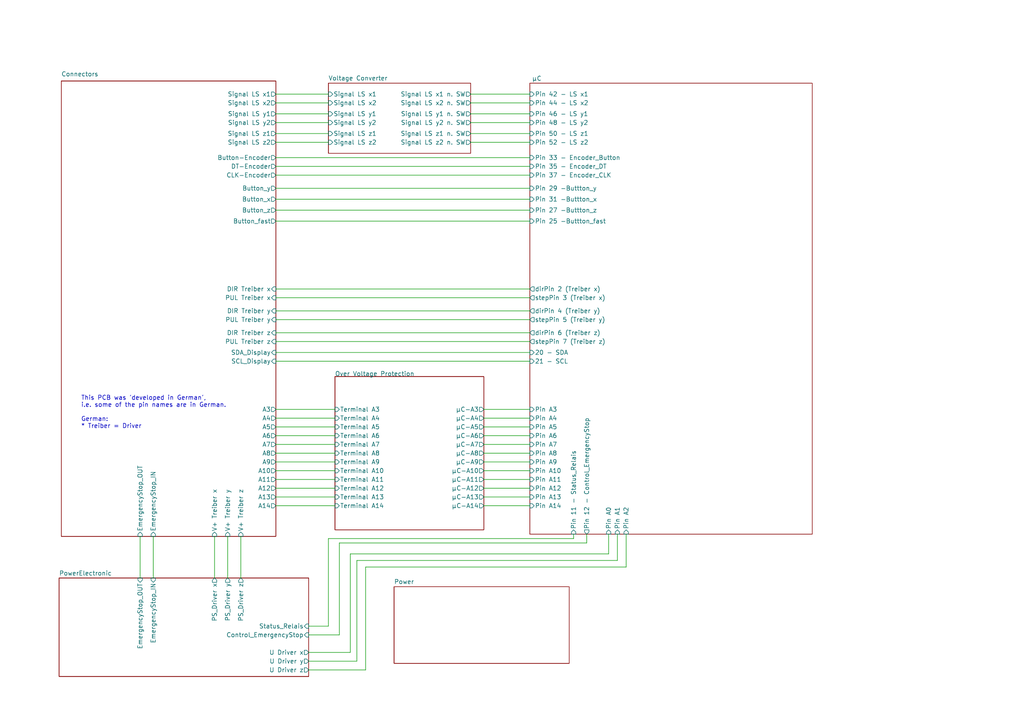
<source format=kicad_sch>
(kicad_sch
	(version 20231120)
	(generator "eeschema")
	(generator_version "8.0")
	(uuid "2618592f-0504-4af1-ba98-b3860a45409d")
	(paper "A4")
	(lib_symbols)
	(wire
		(pts
			(xy 176.53 160.655) (xy 101.6 160.655)
		)
		(stroke
			(width 0)
			(type default)
		)
		(uuid "016c6ee6-036c-45b4-80a7-ad0ef9be43ba")
	)
	(wire
		(pts
			(xy 98.425 157.48) (xy 170.18 157.48)
		)
		(stroke
			(width 0)
			(type default)
		)
		(uuid "07101d11-77fe-4b39-a59a-2d5721b85d9c")
	)
	(wire
		(pts
			(xy 80.01 121.285) (xy 97.155 121.285)
		)
		(stroke
			(width 0)
			(type default)
		)
		(uuid "086a6577-9e43-4997-a0ec-1d200dc72d6e")
	)
	(wire
		(pts
			(xy 80.01 133.985) (xy 97.155 133.985)
		)
		(stroke
			(width 0)
			(type default)
		)
		(uuid "10217fac-6223-49a5-ba8c-abdcd0f473f7")
	)
	(wire
		(pts
			(xy 136.525 29.845) (xy 153.67 29.845)
		)
		(stroke
			(width 0)
			(type default)
		)
		(uuid "11d4b1ae-526e-4692-8ff7-94d1b43230e1")
	)
	(wire
		(pts
			(xy 106.045 194.31) (xy 89.535 194.31)
		)
		(stroke
			(width 0)
			(type default)
		)
		(uuid "152981a9-432a-4575-af29-7da20ced352d")
	)
	(wire
		(pts
			(xy 136.525 33.02) (xy 153.67 33.02)
		)
		(stroke
			(width 0)
			(type default)
		)
		(uuid "153167e3-3194-44c8-ad4b-5fe5e9fabac7")
	)
	(wire
		(pts
			(xy 89.535 181.61) (xy 95.25 181.61)
		)
		(stroke
			(width 0)
			(type default)
		)
		(uuid "1c97a0cc-c5a3-4afe-a9f2-f6531351769a")
	)
	(wire
		(pts
			(xy 80.01 45.72) (xy 153.67 45.72)
		)
		(stroke
			(width 0)
			(type default)
		)
		(uuid "2882a8bc-0b0f-4e99-a659-11316da72a0c")
	)
	(wire
		(pts
			(xy 80.01 83.82) (xy 153.67 83.82)
		)
		(stroke
			(width 0)
			(type default)
		)
		(uuid "28bb26cb-e855-4ccd-a15a-121f2c849388")
	)
	(wire
		(pts
			(xy 80.01 29.845) (xy 95.25 29.845)
		)
		(stroke
			(width 0)
			(type default)
		)
		(uuid "295eb10c-7061-4ed0-aea8-7c6c3c84c74e")
	)
	(wire
		(pts
			(xy 140.335 139.065) (xy 153.67 139.065)
		)
		(stroke
			(width 0)
			(type default)
		)
		(uuid "364f017b-4a2b-442e-ba98-2cf1d123de34")
	)
	(wire
		(pts
			(xy 181.61 154.94) (xy 181.61 164.465)
		)
		(stroke
			(width 0)
			(type default)
		)
		(uuid "39723417-6bcf-4e88-b7e2-761beeb9f481")
	)
	(wire
		(pts
			(xy 80.01 141.605) (xy 97.155 141.605)
		)
		(stroke
			(width 0)
			(type default)
		)
		(uuid "3a54198b-d0ca-4f0b-b89c-b20cc37d1baf")
	)
	(wire
		(pts
			(xy 181.61 164.465) (xy 106.045 164.465)
		)
		(stroke
			(width 0)
			(type default)
		)
		(uuid "3f5de24a-df77-4668-a285-7ffbe7e00876")
	)
	(wire
		(pts
			(xy 103.505 162.56) (xy 103.505 191.77)
		)
		(stroke
			(width 0)
			(type default)
		)
		(uuid "4048ac51-1f95-4fa0-af41-0a482d329af6")
	)
	(wire
		(pts
			(xy 176.53 154.94) (xy 176.53 160.655)
		)
		(stroke
			(width 0)
			(type default)
		)
		(uuid "40d87dd2-803b-4d2a-8e41-8762321152a1")
	)
	(wire
		(pts
			(xy 80.01 64.135) (xy 153.67 64.135)
		)
		(stroke
			(width 0)
			(type default)
		)
		(uuid "4adaab9f-0dbb-4404-bfb8-a41ce8be3798")
	)
	(wire
		(pts
			(xy 44.45 155.575) (xy 44.45 167.64)
		)
		(stroke
			(width 0)
			(type default)
		)
		(uuid "4be96325-ee37-4ab0-be95-f235de0b7f97")
	)
	(wire
		(pts
			(xy 80.01 27.305) (xy 95.25 27.305)
		)
		(stroke
			(width 0)
			(type default)
		)
		(uuid "4d2e7941-81c6-4dd8-9383-ce16b3e2ba48")
	)
	(wire
		(pts
			(xy 89.535 184.15) (xy 98.425 184.15)
		)
		(stroke
			(width 0)
			(type default)
		)
		(uuid "4e107489-0d9f-4cfa-85d1-7b77d1f66bc4")
	)
	(wire
		(pts
			(xy 95.25 181.61) (xy 95.25 156.21)
		)
		(stroke
			(width 0)
			(type default)
		)
		(uuid "50b2d9d0-b860-4ea7-8d1c-08261b50ea3e")
	)
	(wire
		(pts
			(xy 89.535 191.77) (xy 103.505 191.77)
		)
		(stroke
			(width 0)
			(type default)
		)
		(uuid "51a0f977-e25f-4b90-aba4-560409109c41")
	)
	(wire
		(pts
			(xy 80.01 48.26) (xy 153.67 48.26)
		)
		(stroke
			(width 0)
			(type default)
		)
		(uuid "57607379-f347-4ea3-bb07-7b1a0a0a975f")
	)
	(wire
		(pts
			(xy 69.85 155.575) (xy 69.85 167.64)
		)
		(stroke
			(width 0)
			(type default)
		)
		(uuid "5955b9cc-d560-451a-81a9-e0367b7ba17e")
	)
	(wire
		(pts
			(xy 80.01 126.365) (xy 97.155 126.365)
		)
		(stroke
			(width 0)
			(type default)
		)
		(uuid "5b201721-8f76-4462-b007-7dde67af3273")
	)
	(wire
		(pts
			(xy 140.335 118.745) (xy 153.67 118.745)
		)
		(stroke
			(width 0)
			(type default)
		)
		(uuid "5bbd16fd-ba8a-4a2d-b931-7c9f3a533451")
	)
	(wire
		(pts
			(xy 101.6 189.23) (xy 89.535 189.23)
		)
		(stroke
			(width 0)
			(type default)
		)
		(uuid "5c267833-ef6d-403b-84b1-b61c81abc70f")
	)
	(wire
		(pts
			(xy 80.01 96.52) (xy 153.67 96.52)
		)
		(stroke
			(width 0)
			(type default)
		)
		(uuid "5d187ef7-4601-4a18-bfa1-e3a864f7e734")
	)
	(wire
		(pts
			(xy 80.01 35.56) (xy 95.25 35.56)
		)
		(stroke
			(width 0)
			(type default)
		)
		(uuid "5e1829b2-107a-497b-aa5d-533e3e9388c4")
	)
	(wire
		(pts
			(xy 106.045 164.465) (xy 106.045 194.31)
		)
		(stroke
			(width 0)
			(type default)
		)
		(uuid "5fbd28dc-e9f6-432d-a4e3-7c149026f83b")
	)
	(wire
		(pts
			(xy 140.335 126.365) (xy 153.67 126.365)
		)
		(stroke
			(width 0)
			(type default)
		)
		(uuid "65107b24-d167-4e7c-96bb-cc8d576b1e1c")
	)
	(wire
		(pts
			(xy 80.01 99.06) (xy 153.67 99.06)
		)
		(stroke
			(width 0)
			(type default)
		)
		(uuid "6548b701-6e9d-476b-bd28-5a4eadc05f9c")
	)
	(wire
		(pts
			(xy 80.01 86.36) (xy 153.67 86.36)
		)
		(stroke
			(width 0)
			(type default)
		)
		(uuid "66f91009-f2e3-48cc-85af-d9b7f2557894")
	)
	(wire
		(pts
			(xy 140.335 146.685) (xy 153.67 146.685)
		)
		(stroke
			(width 0)
			(type default)
		)
		(uuid "675b1752-21ec-45af-9097-be39082c3e26")
	)
	(wire
		(pts
			(xy 80.01 139.065) (xy 97.155 139.065)
		)
		(stroke
			(width 0)
			(type default)
		)
		(uuid "69797a14-0834-4efd-92fc-2272d58336e8")
	)
	(wire
		(pts
			(xy 80.01 92.71) (xy 153.67 92.71)
		)
		(stroke
			(width 0)
			(type default)
		)
		(uuid "6cc4179f-5e0d-4fa7-bbc5-a37f7daae576")
	)
	(wire
		(pts
			(xy 140.335 144.145) (xy 153.67 144.145)
		)
		(stroke
			(width 0)
			(type default)
		)
		(uuid "6fbe8223-b0a8-49a1-8227-58bbb60d8f07")
	)
	(wire
		(pts
			(xy 140.335 123.825) (xy 153.67 123.825)
		)
		(stroke
			(width 0)
			(type default)
		)
		(uuid "6fe437a0-bc3a-4d00-b9ce-075f50e0e23d")
	)
	(wire
		(pts
			(xy 62.23 155.575) (xy 62.23 167.64)
		)
		(stroke
			(width 0)
			(type default)
		)
		(uuid "74a112d8-da46-47ca-82b8-814b8841b682")
	)
	(wire
		(pts
			(xy 136.525 35.56) (xy 153.67 35.56)
		)
		(stroke
			(width 0)
			(type default)
		)
		(uuid "7521c729-2d2d-440b-87d8-cd0e66e11dd9")
	)
	(wire
		(pts
			(xy 80.01 131.445) (xy 97.155 131.445)
		)
		(stroke
			(width 0)
			(type default)
		)
		(uuid "75fe2c7d-8500-4c3c-aa17-37aff0c80b4d")
	)
	(wire
		(pts
			(xy 80.01 57.785) (xy 153.67 57.785)
		)
		(stroke
			(width 0)
			(type default)
		)
		(uuid "76de6ccd-2449-4816-bfc7-d9af8741bffa")
	)
	(wire
		(pts
			(xy 98.425 157.48) (xy 98.425 184.15)
		)
		(stroke
			(width 0)
			(type default)
		)
		(uuid "7e4180fc-e7f4-49ce-bd52-44a93e7f6606")
	)
	(wire
		(pts
			(xy 170.18 157.48) (xy 170.18 154.94)
		)
		(stroke
			(width 0)
			(type default)
		)
		(uuid "816ede8e-89dd-41df-8272-1bc3f2bfea36")
	)
	(wire
		(pts
			(xy 80.01 144.145) (xy 97.155 144.145)
		)
		(stroke
			(width 0)
			(type default)
		)
		(uuid "8755cb29-32f7-47a1-8cc2-5ba9fd2dfa8f")
	)
	(wire
		(pts
			(xy 80.01 136.525) (xy 97.155 136.525)
		)
		(stroke
			(width 0)
			(type default)
		)
		(uuid "978dd8df-06d7-4d31-b9c6-d929c89177bb")
	)
	(wire
		(pts
			(xy 80.01 123.825) (xy 97.155 123.825)
		)
		(stroke
			(width 0)
			(type default)
		)
		(uuid "9901ad0c-fd95-4d64-835a-a6a2393cea16")
	)
	(wire
		(pts
			(xy 80.01 41.275) (xy 95.25 41.275)
		)
		(stroke
			(width 0)
			(type default)
		)
		(uuid "998641e3-cfa1-4902-91db-891d64656d48")
	)
	(wire
		(pts
			(xy 140.335 141.605) (xy 153.67 141.605)
		)
		(stroke
			(width 0)
			(type default)
		)
		(uuid "9ab65228-cb7b-420b-aa52-87b828c11ef9")
	)
	(wire
		(pts
			(xy 80.01 128.905) (xy 97.155 128.905)
		)
		(stroke
			(width 0)
			(type default)
		)
		(uuid "a43d0368-6945-449d-86d4-a3503eca1b8b")
	)
	(wire
		(pts
			(xy 80.01 146.685) (xy 97.155 146.685)
		)
		(stroke
			(width 0)
			(type default)
		)
		(uuid "ac6fc60c-a765-45f9-83db-ce4d6a547b4e")
	)
	(wire
		(pts
			(xy 166.37 156.21) (xy 166.37 154.94)
		)
		(stroke
			(width 0)
			(type default)
		)
		(uuid "b0476436-2d7f-49cb-b012-75e4c977e0ac")
	)
	(wire
		(pts
			(xy 136.525 41.275) (xy 153.67 41.275)
		)
		(stroke
			(width 0)
			(type default)
		)
		(uuid "bb9c6c30-d56c-44ef-91bf-9eed10e79225")
	)
	(wire
		(pts
			(xy 140.335 136.525) (xy 153.67 136.525)
		)
		(stroke
			(width 0)
			(type default)
		)
		(uuid "bbb010ee-2e8f-4cb1-86c9-0df34856bb27")
	)
	(wire
		(pts
			(xy 80.01 104.775) (xy 153.67 104.775)
		)
		(stroke
			(width 0)
			(type default)
		)
		(uuid "bc52516a-0917-41c6-944f-30774bfd3e0c")
	)
	(wire
		(pts
			(xy 179.07 154.94) (xy 179.07 162.56)
		)
		(stroke
			(width 0)
			(type default)
		)
		(uuid "bc5b2a1b-1ceb-4441-85af-3bb4e3133c0e")
	)
	(wire
		(pts
			(xy 80.01 33.02) (xy 95.25 33.02)
		)
		(stroke
			(width 0)
			(type default)
		)
		(uuid "bc654c03-21ba-4124-8914-283bd6c8588b")
	)
	(wire
		(pts
			(xy 80.01 102.235) (xy 153.67 102.235)
		)
		(stroke
			(width 0)
			(type default)
		)
		(uuid "bda075cc-bdf4-482d-b2e5-62cc039b9fea")
	)
	(wire
		(pts
			(xy 136.525 27.305) (xy 153.67 27.305)
		)
		(stroke
			(width 0)
			(type default)
		)
		(uuid "bdbe723d-a39b-4f42-8163-e31e4e542c05")
	)
	(wire
		(pts
			(xy 101.6 160.655) (xy 101.6 189.23)
		)
		(stroke
			(width 0)
			(type default)
		)
		(uuid "bf219acb-cd69-4117-b413-438f1c9beba0")
	)
	(wire
		(pts
			(xy 140.335 128.905) (xy 153.67 128.905)
		)
		(stroke
			(width 0)
			(type default)
		)
		(uuid "c7c9d428-56e6-48e0-a77d-5bb3e5c1136b")
	)
	(wire
		(pts
			(xy 95.25 156.21) (xy 166.37 156.21)
		)
		(stroke
			(width 0)
			(type default)
		)
		(uuid "cd9ed5b6-ccd9-4a3d-bafb-b1b95c698298")
	)
	(wire
		(pts
			(xy 40.64 155.575) (xy 40.64 167.64)
		)
		(stroke
			(width 0)
			(type default)
		)
		(uuid "d267ae19-4020-49dc-9a22-36ef95f0ff23")
	)
	(wire
		(pts
			(xy 80.01 118.745) (xy 97.155 118.745)
		)
		(stroke
			(width 0)
			(type default)
		)
		(uuid "d70e7c4a-43fd-4702-b33b-6c2ed90b27ae")
	)
	(wire
		(pts
			(xy 80.01 54.61) (xy 153.67 54.61)
		)
		(stroke
			(width 0)
			(type default)
		)
		(uuid "dc3888a6-9c20-47fc-b18d-1c0e8c52ded7")
	)
	(wire
		(pts
			(xy 179.07 162.56) (xy 103.505 162.56)
		)
		(stroke
			(width 0)
			(type default)
		)
		(uuid "de506736-15f0-46d7-906e-d594c3b77255")
	)
	(wire
		(pts
			(xy 140.335 133.985) (xy 153.67 133.985)
		)
		(stroke
			(width 0)
			(type default)
		)
		(uuid "df77f6c2-ca89-416a-8cae-cbde2f0a65bd")
	)
	(wire
		(pts
			(xy 80.01 60.96) (xy 153.67 60.96)
		)
		(stroke
			(width 0)
			(type default)
		)
		(uuid "e1ac3497-5c2b-43c9-aea2-845f2641f050")
	)
	(wire
		(pts
			(xy 140.335 131.445) (xy 153.67 131.445)
		)
		(stroke
			(width 0)
			(type default)
		)
		(uuid "e3cc6406-9051-4e42-bfc4-f5243f131188")
	)
	(wire
		(pts
			(xy 80.01 38.735) (xy 95.25 38.735)
		)
		(stroke
			(width 0)
			(type default)
		)
		(uuid "e45e7680-abf6-47f4-8c34-f96602b7b1cb")
	)
	(wire
		(pts
			(xy 80.01 50.8) (xy 153.67 50.8)
		)
		(stroke
			(width 0)
			(type default)
		)
		(uuid "ec59b5bb-3dae-4f8c-a685-2dddb865d8b0")
	)
	(wire
		(pts
			(xy 136.525 38.735) (xy 153.67 38.735)
		)
		(stroke
			(width 0)
			(type default)
		)
		(uuid "ec6dc326-6b65-4bb6-8470-cc4bdb6ee44b")
	)
	(wire
		(pts
			(xy 80.01 90.17) (xy 153.67 90.17)
		)
		(stroke
			(width 0)
			(type default)
		)
		(uuid "f1f0f515-6313-4eb1-a911-58fa08b813a3")
	)
	(wire
		(pts
			(xy 140.335 121.285) (xy 153.67 121.285)
		)
		(stroke
			(width 0)
			(type default)
		)
		(uuid "f610762f-2ba2-4f24-8299-8065f19365cf")
	)
	(wire
		(pts
			(xy 66.04 155.575) (xy 66.04 167.64)
		)
		(stroke
			(width 0)
			(type default)
		)
		(uuid "f632ac23-1fd8-4101-be55-095e9c748a46")
	)
	(text "This PCB was 'developed in German', \ni.e. some of the pin names are in German.\n\nGerman:\n* Treiber = Driver"
		(exclude_from_sim no)
		(at 23.495 124.46 0)
		(effects
			(font
				(size 1.27 1.27)
			)
			(justify left bottom)
		)
		(uuid "d6f33b42-8a54-4c83-bcd0-b14052f8ca43")
	)
	(sheet
		(at 95.25 24.13)
		(size 41.275 20.32)
		(fields_autoplaced yes)
		(stroke
			(width 0.1524)
			(type solid)
		)
		(fill
			(color 0 0 0 0.0000)
		)
		(uuid "0edd5c0d-3803-4ecf-979b-ab9cd0feb465")
		(property "Sheetname" "Voltage Converter"
			(at 95.25 23.4184 0)
			(effects
				(font
					(size 1.27 1.27)
				)
				(justify left bottom)
			)
		)
		(property "Sheetfile" "levelshifter.kicad_sch"
			(at 95.25 45.0346 0)
			(effects
				(font
					(size 1.27 1.27)
				)
				(justify left top)
				(hide yes)
			)
		)
		(pin "Signal LS x2" input
			(at 95.25 29.845 180)
			(effects
				(font
					(size 1.27 1.27)
				)
				(justify left)
			)
			(uuid "7031b982-43f6-4c49-8c63-3450f0bc9d26")
		)
		(pin "Signal LS x2 n. SW" output
			(at 136.525 29.845 0)
			(effects
				(font
					(size 1.27 1.27)
				)
				(justify right)
			)
			(uuid "d0d8e7e5-278c-4e52-97ba-2a0c339e94f4")
		)
		(pin "Signal LS z1" input
			(at 95.25 38.735 180)
			(effects
				(font
					(size 1.27 1.27)
				)
				(justify left)
			)
			(uuid "22f1746d-ab0c-4566-92a1-fc4a658223b8")
		)
		(pin "Signal LS z1 n. SW" output
			(at 136.525 38.735 0)
			(effects
				(font
					(size 1.27 1.27)
				)
				(justify right)
			)
			(uuid "0bf634d6-8d9b-4f4a-9e70-889fd80214db")
		)
		(pin "Signal LS x1" input
			(at 95.25 27.305 180)
			(effects
				(font
					(size 1.27 1.27)
				)
				(justify left)
			)
			(uuid "877c48da-6a9f-49a1-9a12-d9feb5f49db2")
		)
		(pin "Signal LS x1 n. SW" output
			(at 136.525 27.305 0)
			(effects
				(font
					(size 1.27 1.27)
				)
				(justify right)
			)
			(uuid "97ec3044-674f-4e23-b50e-be03a16221a3")
		)
		(pin "Signal LS z2" input
			(at 95.25 41.275 180)
			(effects
				(font
					(size 1.27 1.27)
				)
				(justify left)
			)
			(uuid "6788a95b-0664-4bd1-a139-828fade9a1dc")
		)
		(pin "Signal LS z2 n. SW" output
			(at 136.525 41.275 0)
			(effects
				(font
					(size 1.27 1.27)
				)
				(justify right)
			)
			(uuid "39cfe78f-b23d-44dd-bfbe-8cdd18fd7e75")
		)
		(pin "Signal LS y1" input
			(at 95.25 33.02 180)
			(effects
				(font
					(size 1.27 1.27)
				)
				(justify left)
			)
			(uuid "99cd1c71-52fc-468b-a417-720869ecfb38")
		)
		(pin "Signal LS y1 n. SW" output
			(at 136.525 33.02 0)
			(effects
				(font
					(size 1.27 1.27)
				)
				(justify right)
			)
			(uuid "1ef40b84-ce07-4f8b-9446-c6e418d43b82")
		)
		(pin "Signal LS y2 n. SW" output
			(at 136.525 35.56 0)
			(effects
				(font
					(size 1.27 1.27)
				)
				(justify right)
			)
			(uuid "aa23c7ce-bd40-4ee3-89a3-3f82857eeb19")
		)
		(pin "Signal LS y2" input
			(at 95.25 35.56 180)
			(effects
				(font
					(size 1.27 1.27)
				)
				(justify left)
			)
			(uuid "4d936982-5da2-46b8-b1aa-6a174a5a0aba")
		)
		(instances
			(project "PCB_Motherboard"
				(path "/2618592f-0504-4af1-ba98-b3860a45409d"
					(page "8")
				)
			)
		)
	)
	(sheet
		(at 17.78 23.495)
		(size 62.23 132.08)
		(stroke
			(width 0.1524)
			(type solid)
		)
		(fill
			(color 0 0 0 0.0000)
		)
		(uuid "377f4106-2d6e-4fab-822d-63898a943afe")
		(property "Sheetname" "Connectors"
			(at 17.78 22.225 0)
			(effects
				(font
					(size 1.27 1.27)
				)
				(justify left bottom)
			)
		)
		(property "Sheetfile" "Connectors.kicad_sch"
			(at 75.5146 60.325 90)
			(effects
				(font
					(size 1.27 1.27)
				)
				(justify left top)
				(hide yes)
			)
		)
		(pin "PUL Treiber x" input
			(at 80.01 86.36 0)
			(effects
				(font
					(size 1.27 1.27)
				)
				(justify right)
			)
			(uuid "7f4c2f8f-7b4f-49e4-b10c-826d5f2660fa")
		)
		(pin "DIR Treiber x" input
			(at 80.01 83.82 0)
			(effects
				(font
					(size 1.27 1.27)
				)
				(justify right)
			)
			(uuid "10e1adf3-fe2e-42dd-a5cd-a68292d35017")
		)
		(pin "PUL Treiber y" input
			(at 80.01 92.71 0)
			(effects
				(font
					(size 1.27 1.27)
				)
				(justify right)
			)
			(uuid "b6f8c608-8367-45b4-aba3-56f5b6b833b3")
		)
		(pin "PUL Treiber z" input
			(at 80.01 99.06 0)
			(effects
				(font
					(size 1.27 1.27)
				)
				(justify right)
			)
			(uuid "112358fe-5b4b-493b-bbbb-7eb979404eeb")
		)
		(pin "DIR Treiber y" input
			(at 80.01 90.17 0)
			(effects
				(font
					(size 1.27 1.27)
				)
				(justify right)
			)
			(uuid "ee124c88-d222-4700-a612-8cde1c50ff96")
		)
		(pin "DIR Treiber z" input
			(at 80.01 96.52 0)
			(effects
				(font
					(size 1.27 1.27)
				)
				(justify right)
			)
			(uuid "6b2562fc-56c2-49de-b3ca-46f6c0f1d304")
		)
		(pin "SDA_Display" input
			(at 80.01 102.235 0)
			(effects
				(font
					(size 1.27 1.27)
				)
				(justify right)
			)
			(uuid "d9edae36-8359-4415-abc6-ca461075dfda")
		)
		(pin "SCL_Display" input
			(at 80.01 104.775 0)
			(effects
				(font
					(size 1.27 1.27)
				)
				(justify right)
			)
			(uuid "3756d4b8-b41e-4b87-98a5-a3845dd09f39")
		)
		(pin "Signal LS x1" output
			(at 80.01 27.305 0)
			(effects
				(font
					(size 1.27 1.27)
				)
				(justify right)
			)
			(uuid "1ee8663b-ab04-46b8-b7d4-f59c2ab1d505")
		)
		(pin "Signal LS z1" output
			(at 80.01 38.735 0)
			(effects
				(font
					(size 1.27 1.27)
				)
				(justify right)
			)
			(uuid "68316ea3-9ae4-47b5-a655-ed40e56fbaec")
		)
		(pin "Signal LS y2" output
			(at 80.01 35.56 0)
			(effects
				(font
					(size 1.27 1.27)
				)
				(justify right)
			)
			(uuid "7955aa2f-4499-4ba1-82ef-e2191c2601cc")
		)
		(pin "Signal LS y1" output
			(at 80.01 33.02 0)
			(effects
				(font
					(size 1.27 1.27)
				)
				(justify right)
			)
			(uuid "470b8f24-8e2f-40a8-9fbc-6880842036e5")
		)
		(pin "Signal LS z2" output
			(at 80.01 41.275 0)
			(effects
				(font
					(size 1.27 1.27)
				)
				(justify right)
			)
			(uuid "5a9809f1-cdad-4330-b35e-3e38d5560df0")
		)
		(pin "Signal LS x2" output
			(at 80.01 29.845 0)
			(effects
				(font
					(size 1.27 1.27)
				)
				(justify right)
			)
			(uuid "64b1b005-bff5-4ca2-ae50-a1144f350292")
		)
		(pin "Button-Encoder" output
			(at 80.01 45.72 0)
			(effects
				(font
					(size 1.27 1.27)
				)
				(justify right)
			)
			(uuid "44ccc350-3c34-4eee-9272-c7a3c542460f")
		)
		(pin "DT-Encoder" output
			(at 80.01 48.26 0)
			(effects
				(font
					(size 1.27 1.27)
				)
				(justify right)
			)
			(uuid "2ec76d8e-8b2e-4ee1-a414-32d921c7443d")
		)
		(pin "CLK-Encoder" output
			(at 80.01 50.8 0)
			(effects
				(font
					(size 1.27 1.27)
				)
				(justify right)
			)
			(uuid "e5cbd31d-705a-4e63-a803-af1dbc7f45df")
		)
		(pin "Button_y" output
			(at 80.01 54.61 0)
			(effects
				(font
					(size 1.27 1.27)
				)
				(justify right)
			)
			(uuid "2f4bd8dc-62e3-4885-8768-35646c031784")
		)
		(pin "Button_x" output
			(at 80.01 57.785 0)
			(effects
				(font
					(size 1.27 1.27)
				)
				(justify right)
			)
			(uuid "ca456859-14f5-42e8-93d2-ef25aaa68984")
		)
		(pin "Button_z" output
			(at 80.01 60.96 0)
			(effects
				(font
					(size 1.27 1.27)
				)
				(justify right)
			)
			(uuid "336c039c-6f52-41d4-88d2-2530db99fe34")
		)
		(pin "Button_fast" output
			(at 80.01 64.135 0)
			(effects
				(font
					(size 1.27 1.27)
				)
				(justify right)
			)
			(uuid "1c0c7166-fb73-4862-a845-5e2c0342dc9f")
		)
		(pin "A14" output
			(at 80.01 146.685 0)
			(effects
				(font
					(size 1.27 1.27)
				)
				(justify right)
			)
			(uuid "5267a3c3-c519-479d-8be1-101a39641812")
		)
		(pin "A10" output
			(at 80.01 136.525 0)
			(effects
				(font
					(size 1.27 1.27)
				)
				(justify right)
			)
			(uuid "7bc82aff-7211-43b7-95e0-7a464ddeabcf")
		)
		(pin "A13" output
			(at 80.01 144.145 0)
			(effects
				(font
					(size 1.27 1.27)
				)
				(justify right)
			)
			(uuid "4903c777-f65b-4f7f-821f-7544eb178472")
		)
		(pin "A11" output
			(at 80.01 139.065 0)
			(effects
				(font
					(size 1.27 1.27)
				)
				(justify right)
			)
			(uuid "57ba71e6-f3b1-4e55-a14c-39404093b9e8")
		)
		(pin "A12" output
			(at 80.01 141.605 0)
			(effects
				(font
					(size 1.27 1.27)
				)
				(justify right)
			)
			(uuid "48c45e14-5414-432c-a9ff-32f9daac7de2")
		)
		(pin "A8" output
			(at 80.01 131.445 0)
			(effects
				(font
					(size 1.27 1.27)
				)
				(justify right)
			)
			(uuid "3ecb7046-d60b-4d11-94f6-011cbf37ed37")
		)
		(pin "A5" output
			(at 80.01 123.825 0)
			(effects
				(font
					(size 1.27 1.27)
				)
				(justify right)
			)
			(uuid "efd4f45f-5d29-44c6-85ee-5d998fe7a022")
		)
		(pin "A9" output
			(at 80.01 133.985 0)
			(effects
				(font
					(size 1.27 1.27)
				)
				(justify right)
			)
			(uuid "1f7fe25b-390d-439f-bb45-237ed55b4c2e")
		)
		(pin "A7" output
			(at 80.01 128.905 0)
			(effects
				(font
					(size 1.27 1.27)
				)
				(justify right)
			)
			(uuid "24d52785-fc6a-451d-aeef-aaec3e345a7a")
		)
		(pin "A4" output
			(at 80.01 121.285 0)
			(effects
				(font
					(size 1.27 1.27)
				)
				(justify right)
			)
			(uuid "623eac84-c9c7-438a-a293-e1dadf75bbf6")
		)
		(pin "A6" output
			(at 80.01 126.365 0)
			(effects
				(font
					(size 1.27 1.27)
				)
				(justify right)
			)
			(uuid "4e47f760-d411-400f-99be-7ff50ad1166c")
		)
		(pin "A3" output
			(at 80.01 118.745 0)
			(effects
				(font
					(size 1.27 1.27)
				)
				(justify right)
			)
			(uuid "4d875d77-eeaf-4cab-96c9-61a47647405a")
		)
		(pin "V+ Treiber y" input
			(at 66.04 155.575 270)
			(effects
				(font
					(size 1.27 1.27)
				)
				(justify left)
			)
			(uuid "1a4a332f-9c57-4df5-af78-3e7d37776aae")
		)
		(pin "V+ Treiber z" input
			(at 69.85 155.575 270)
			(effects
				(font
					(size 1.27 1.27)
				)
				(justify left)
			)
			(uuid "e125caa3-fa8f-4a51-ba13-c267d2eccb19")
		)
		(pin "V+ Treiber x" input
			(at 62.23 155.575 270)
			(effects
				(font
					(size 1.27 1.27)
				)
				(justify left)
			)
			(uuid "55849682-6eb0-4d6b-b7b5-9535d47bbd9d")
		)
		(pin "EmergencyStop_OUT" input
			(at 40.64 155.575 270)
			(effects
				(font
					(size 1.27 1.27)
				)
				(justify left)
			)
			(uuid "616e0b0d-bebe-403f-9bf4-c150f476ab40")
		)
		(pin "EmergencyStop_IN" input
			(at 44.45 155.575 270)
			(effects
				(font
					(size 1.27 1.27)
				)
				(justify left)
			)
			(uuid "ebf22da9-bf03-44e4-91ab-a123e85602dd")
		)
		(instances
			(project "PCB_Motherboard"
				(path "/2618592f-0504-4af1-ba98-b3860a45409d"
					(page "3")
				)
			)
		)
	)
	(sheet
		(at 17.145 167.64)
		(size 72.39 28.575)
		(stroke
			(width 0.1524)
			(type solid)
		)
		(fill
			(color 0 0 0 0.0000)
		)
		(uuid "655a41cc-a537-47de-b1f5-a192d56f7c3e")
		(property "Sheetname" "PowerElectronic"
			(at 17.145 167.005 0)
			(effects
				(font
					(size 1.27 1.27)
				)
				(justify left bottom)
			)
		)
		(property "Sheetfile" "PowerElectronic.kicad_sch"
			(at 17.145 203.7846 0)
			(effects
				(font
					(size 1.27 1.27)
				)
				(justify left top)
				(hide yes)
			)
		)
		(pin "U Driver z" output
			(at 89.535 194.31 0)
			(effects
				(font
					(size 1.27 1.27)
				)
				(justify right)
			)
			(uuid "56f5a074-6a82-4195-91fe-f8571e9b3c18")
		)
		(pin "U Driver x" output
			(at 89.535 189.23 0)
			(effects
				(font
					(size 1.27 1.27)
				)
				(justify right)
			)
			(uuid "6f045935-da48-4963-ab87-6e9120fd4b5b")
		)
		(pin "PS_Driver x" output
			(at 62.23 167.64 90)
			(effects
				(font
					(size 1.27 1.27)
				)
				(justify right)
			)
			(uuid "42692412-e155-494e-813f-737049e0bba0")
		)
		(pin "PS_Driver y" output
			(at 66.04 167.64 90)
			(effects
				(font
					(size 1.27 1.27)
				)
				(justify right)
			)
			(uuid "020a8d54-cfae-4aaa-8fd8-62c006f24d7a")
		)
		(pin "PS_Driver z" output
			(at 69.85 167.64 90)
			(effects
				(font
					(size 1.27 1.27)
				)
				(justify right)
			)
			(uuid "4bc49a31-5ace-4b44-a5d4-21dcbe3bf5d3")
		)
		(pin "Status_Relais" input
			(at 89.535 181.61 0)
			(effects
				(font
					(size 1.27 1.27)
				)
				(justify right)
			)
			(uuid "9c5e3bec-2894-40da-9062-54a6709f506f")
		)
		(pin "EmergencyStop_OUT" input
			(at 40.64 167.64 90)
			(effects
				(font
					(size 1.27 1.27)
				)
				(justify right)
			)
			(uuid "70a78890-a8d5-47c9-9dbe-77617867bd10")
		)
		(pin "EmergencyStop_IN" input
			(at 44.45 167.64 90)
			(effects
				(font
					(size 1.27 1.27)
				)
				(justify right)
			)
			(uuid "6b561487-902b-4626-9ab6-0a44219a5426")
		)
		(pin "Control_EmergencyStop" input
			(at 89.535 184.15 0)
			(effects
				(font
					(size 1.27 1.27)
				)
				(justify right)
			)
			(uuid "5ae0c378-6997-43ad-8b03-4354b5e1fea1")
		)
		(pin "U Driver y" output
			(at 89.535 191.77 0)
			(effects
				(font
					(size 1.27 1.27)
				)
				(justify right)
			)
			(uuid "56d50724-ebe8-4eef-b885-76ab1b67fbc5")
		)
		(instances
			(project "PCB_Motherboard"
				(path "/2618592f-0504-4af1-ba98-b3860a45409d"
					(page "4")
				)
			)
		)
	)
	(sheet
		(at 114.3 170.18)
		(size 50.8 22.225)
		(fields_autoplaced yes)
		(stroke
			(width 0.1524)
			(type solid)
		)
		(fill
			(color 0 0 0 0.0000)
		)
		(uuid "bc3838cc-0cfd-4340-8b6a-daad9c111521")
		(property "Sheetname" "Power"
			(at 114.3 169.4684 0)
			(effects
				(font
					(size 1.27 1.27)
				)
				(justify left bottom)
			)
		)
		(property "Sheetfile" "power.kicad_sch"
			(at 114.3 192.9896 0)
			(effects
				(font
					(size 1.27 1.27)
				)
				(justify left top)
				(hide yes)
			)
		)
		(instances
			(project "PCB_Motherboard"
				(path "/2618592f-0504-4af1-ba98-b3860a45409d"
					(page "2")
				)
			)
		)
	)
	(sheet
		(at 97.155 109.22)
		(size 43.18 44.45)
		(stroke
			(width 0.1524)
			(type solid)
		)
		(fill
			(color 0 0 0 0.0000)
		)
		(uuid "c9dd00bb-cce6-4ea2-a9c8-9609a14a18a3")
		(property "Sheetname" "Over Voltage Protection"
			(at 97.155 109.1434 0)
			(effects
				(font
					(size 1.27 1.27)
				)
				(justify left bottom)
			)
		)
		(property "Sheetfile" "schutzbeschaltung.kicad_sch"
			(at 97.155 154.2546 0)
			(effects
				(font
					(size 1.27 1.27)
				)
				(justify left top)
				(hide yes)
			)
		)
		(pin "µC-A8" output
			(at 140.335 131.445 0)
			(effects
				(font
					(size 1.27 1.27)
				)
				(justify right)
			)
			(uuid "c2c678df-d591-434d-abf5-7ac5dab43788")
		)
		(pin "µC-A12" output
			(at 140.335 141.605 0)
			(effects
				(font
					(size 1.27 1.27)
				)
				(justify right)
			)
			(uuid "48b7dd77-d591-446a-85f9-90bd3dfaefe3")
		)
		(pin "Terminal A12" input
			(at 97.155 141.605 180)
			(effects
				(font
					(size 1.27 1.27)
				)
				(justify left)
			)
			(uuid "5b49f39c-d4a7-40a8-bfff-c5545cc8f0bc")
		)
		(pin "Terminal A8" input
			(at 97.155 131.445 180)
			(effects
				(font
					(size 1.27 1.27)
				)
				(justify left)
			)
			(uuid "07ad465c-f8cd-454c-95d6-081876f1ae52")
		)
		(pin "µC-A9" output
			(at 140.335 133.985 0)
			(effects
				(font
					(size 1.27 1.27)
				)
				(justify right)
			)
			(uuid "c8fb3ed5-cee7-41ef-89eb-111cb52b8384")
		)
		(pin "Terminal A13" input
			(at 97.155 144.145 180)
			(effects
				(font
					(size 1.27 1.27)
				)
				(justify left)
			)
			(uuid "0481ba62-dffc-4c84-b07a-6fdec0f7b7d5")
		)
		(pin "µC-A13" output
			(at 140.335 144.145 0)
			(effects
				(font
					(size 1.27 1.27)
				)
				(justify right)
			)
			(uuid "539d1106-8f4a-4eb1-9ada-42614c35f4ee")
		)
		(pin "Terminal A9" input
			(at 97.155 133.985 180)
			(effects
				(font
					(size 1.27 1.27)
				)
				(justify left)
			)
			(uuid "ca02b3e9-b4ba-434e-9e20-bad24c4df743")
		)
		(pin "µC-A5" output
			(at 140.335 123.825 0)
			(effects
				(font
					(size 1.27 1.27)
				)
				(justify right)
			)
			(uuid "cf4b1f78-b77d-4593-bc0c-214f695b15f5")
		)
		(pin "Terminal A5" input
			(at 97.155 123.825 180)
			(effects
				(font
					(size 1.27 1.27)
				)
				(justify left)
			)
			(uuid "188cac25-a152-4859-a664-fa7fa3752cdd")
		)
		(pin "µC-A4" output
			(at 140.335 121.285 0)
			(effects
				(font
					(size 1.27 1.27)
				)
				(justify right)
			)
			(uuid "26f65196-0fa2-4584-91ff-aad5bcf07f84")
		)
		(pin "Terminal A4" input
			(at 97.155 121.285 180)
			(effects
				(font
					(size 1.27 1.27)
				)
				(justify left)
			)
			(uuid "f2899f16-8f29-4ced-8705-c890ad4ffaf9")
		)
		(pin "Terminal A11" input
			(at 97.155 139.065 180)
			(effects
				(font
					(size 1.27 1.27)
				)
				(justify left)
			)
			(uuid "d8bf4f09-943b-41e1-bd08-0bef83ffa84d")
		)
		(pin "µC-A11" output
			(at 140.335 139.065 0)
			(effects
				(font
					(size 1.27 1.27)
				)
				(justify right)
			)
			(uuid "5f04bd3f-7dbf-4322-91b0-0f8807b87085")
		)
		(pin "µC-A7" output
			(at 140.335 128.905 0)
			(effects
				(font
					(size 1.27 1.27)
				)
				(justify right)
			)
			(uuid "a2da2685-7797-44d0-b55d-cb808e0413dd")
		)
		(pin "µC-A3" output
			(at 140.335 118.745 0)
			(effects
				(font
					(size 1.27 1.27)
				)
				(justify right)
			)
			(uuid "7dc10e4e-f2db-48fe-ac2f-3b5963348f98")
		)
		(pin "µC-A6" output
			(at 140.335 126.365 0)
			(effects
				(font
					(size 1.27 1.27)
				)
				(justify right)
			)
			(uuid "4e99a783-f2b2-4400-8de7-ce7383e51c5c")
		)
		(pin "µC-A14" output
			(at 140.335 146.685 0)
			(effects
				(font
					(size 1.27 1.27)
				)
				(justify right)
			)
			(uuid "e2879872-4457-4148-ab52-aba16bfa0b6f")
		)
		(pin "Terminal A10" input
			(at 97.155 136.525 180)
			(effects
				(font
					(size 1.27 1.27)
				)
				(justify left)
			)
			(uuid "f5a8533c-0786-4ca0-be4c-6d28b732c23a")
		)
		(pin "Terminal A14" input
			(at 97.155 146.685 180)
			(effects
				(font
					(size 1.27 1.27)
				)
				(justify left)
			)
			(uuid "931afe87-0dd9-44b9-b2e4-ef4fa2ec2fed")
		)
		(pin "µC-A10" output
			(at 140.335 136.525 0)
			(effects
				(font
					(size 1.27 1.27)
				)
				(justify right)
			)
			(uuid "600ea4b5-47fb-4fba-b422-9e2185debe81")
		)
		(pin "Terminal A7" input
			(at 97.155 128.905 180)
			(effects
				(font
					(size 1.27 1.27)
				)
				(justify left)
			)
			(uuid "0b96c3b8-d580-44a6-a595-251fe076471a")
		)
		(pin "Terminal A6" input
			(at 97.155 126.365 180)
			(effects
				(font
					(size 1.27 1.27)
				)
				(justify left)
			)
			(uuid "8267923d-8208-49d2-8111-d82ea5567fcc")
		)
		(pin "Terminal A3" input
			(at 97.155 118.745 180)
			(effects
				(font
					(size 1.27 1.27)
				)
				(justify left)
			)
			(uuid "6a029dbb-6302-4bdd-9922-48eb59fe3452")
		)
		(instances
			(project "PCB_Motherboard"
				(path "/2618592f-0504-4af1-ba98-b3860a45409d"
					(page "8")
				)
			)
		)
	)
	(sheet
		(at 153.67 24.13)
		(size 81.915 130.81)
		(stroke
			(width 0.1524)
			(type solid)
		)
		(fill
			(color 0 0 0 0.0000)
		)
		(uuid "dbd88627-c342-43a4-9108-ed53194839ba")
		(property "Sheetname" "µC"
			(at 154.305 23.495 0)
			(effects
				(font
					(size 1.27 1.27)
				)
				(justify left bottom)
			)
		)
		(property "Sheetfile" "uC.kicad_sch"
			(at 158.75 21.59 0)
			(effects
				(font
					(size 1.27 1.27)
				)
				(justify left top)
				(hide yes)
			)
		)
		(pin "20 - SDA" input
			(at 153.67 102.235 180)
			(effects
				(font
					(size 1.27 1.27)
				)
				(justify left)
			)
			(uuid "3c64467a-4795-4371-a322-5a86a419399d")
		)
		(pin "21 - SCL" input
			(at 153.67 104.775 180)
			(effects
				(font
					(size 1.27 1.27)
				)
				(justify left)
			)
			(uuid "ac797c99-6495-460c-95b4-1396b3c4872f")
		)
		(pin "dirPin 2 (Treiber x) " output
			(at 153.67 83.82 180)
			(effects
				(font
					(size 1.27 1.27)
				)
				(justify left)
			)
			(uuid "94baf833-2db4-4ecd-a351-034a6e5acf7e")
		)
		(pin "dirPin 4 (Treiber y) " output
			(at 153.67 90.17 180)
			(effects
				(font
					(size 1.27 1.27)
				)
				(justify left)
			)
			(uuid "9ca40510-bce0-4fe2-9bf1-691d26bb30f7")
		)
		(pin "stepPin 3 (Treiber x)" output
			(at 153.67 86.36 180)
			(effects
				(font
					(size 1.27 1.27)
				)
				(justify left)
			)
			(uuid "a8e1e856-9bc0-4bf3-a0b6-87c3b79569b1")
		)
		(pin "dirPin 6 (Treiber z) " output
			(at 153.67 96.52 180)
			(effects
				(font
					(size 1.27 1.27)
				)
				(justify left)
			)
			(uuid "40f5c7c6-e527-4c31-bb24-4901e46b87e1")
		)
		(pin "stepPin 5 (Treiber y) " output
			(at 153.67 92.71 180)
			(effects
				(font
					(size 1.27 1.27)
				)
				(justify left)
			)
			(uuid "2af62890-b0c6-47db-b992-fddf03b84a36")
		)
		(pin "stepPin 7 (Treiber z) " output
			(at 153.67 99.06 180)
			(effects
				(font
					(size 1.27 1.27)
				)
				(justify left)
			)
			(uuid "1497f904-764c-4f16-a517-7df5aa033837")
		)
		(pin "Pin A11" input
			(at 153.67 139.065 180)
			(effects
				(font
					(size 1.27 1.27)
				)
				(justify left)
			)
			(uuid "20bbd292-86cf-45d7-ab8f-4f4234558b76")
		)
		(pin "Pin A8" input
			(at 153.67 131.445 180)
			(effects
				(font
					(size 1.27 1.27)
				)
				(justify left)
			)
			(uuid "ac518ca4-0461-4b74-8c12-90fe6de539be")
		)
		(pin "Pin A12" input
			(at 153.67 141.605 180)
			(effects
				(font
					(size 1.27 1.27)
				)
				(justify left)
			)
			(uuid "8b00367c-8360-437c-b8db-8d449996e688")
		)
		(pin "Pin A14" input
			(at 153.67 146.685 180)
			(effects
				(font
					(size 1.27 1.27)
				)
				(justify left)
			)
			(uuid "b7651264-a1e4-4707-980a-2f8d247154c0")
		)
		(pin "Pin A10" input
			(at 153.67 136.525 180)
			(effects
				(font
					(size 1.27 1.27)
				)
				(justify left)
			)
			(uuid "10d62bd7-70ee-46ca-ae11-aac4c44bcb8f")
		)
		(pin "Pin A9" input
			(at 153.67 133.985 180)
			(effects
				(font
					(size 1.27 1.27)
				)
				(justify left)
			)
			(uuid "100dfc2f-b83a-4299-8bd1-26f1ff4d5742")
		)
		(pin "Pin A13" input
			(at 153.67 144.145 180)
			(effects
				(font
					(size 1.27 1.27)
				)
				(justify left)
			)
			(uuid "2a99404d-67ba-4647-9df8-3811a9988ac1")
		)
		(pin "Pin A3" input
			(at 153.67 118.745 180)
			(effects
				(font
					(size 1.27 1.27)
				)
				(justify left)
			)
			(uuid "838f95d8-c198-40ab-a33f-05af504d7aba")
		)
		(pin "Pin A4" input
			(at 153.67 121.285 180)
			(effects
				(font
					(size 1.27 1.27)
				)
				(justify left)
			)
			(uuid "84ff3ba6-0ac3-4461-b23d-2ba746b0caba")
		)
		(pin "Pin A5" input
			(at 153.67 123.825 180)
			(effects
				(font
					(size 1.27 1.27)
				)
				(justify left)
			)
			(uuid "26262199-2248-4516-b690-a7ac7adf7a67")
		)
		(pin "Pin A6" input
			(at 153.67 126.365 180)
			(effects
				(font
					(size 1.27 1.27)
				)
				(justify left)
			)
			(uuid "6f686496-38f2-438e-8616-61d864cbbe59")
		)
		(pin "Pin A0" input
			(at 176.53 154.94 270)
			(effects
				(font
					(size 1.27 1.27)
				)
				(justify left)
			)
			(uuid "188b6d44-5123-4e6e-8d78-c313deb5a727")
		)
		(pin "Pin A1" input
			(at 179.07 154.94 270)
			(effects
				(font
					(size 1.27 1.27)
				)
				(justify left)
			)
			(uuid "a5387b80-76d5-4df0-a0e2-e340799e81b1")
		)
		(pin "Pin A2" input
			(at 181.61 154.94 270)
			(effects
				(font
					(size 1.27 1.27)
				)
				(justify left)
			)
			(uuid "4f656bbe-8888-434f-befa-ca21f5ad75c6")
		)
		(pin "Pin A7" input
			(at 153.67 128.905 180)
			(effects
				(font
					(size 1.27 1.27)
				)
				(justify left)
			)
			(uuid "9c6f7146-2470-47d8-814a-181b5de353b9")
		)
		(pin "Pin 37 - Encoder_CLK" input
			(at 153.67 50.8 180)
			(effects
				(font
					(size 1.27 1.27)
				)
				(justify left)
			)
			(uuid "7f1d76b6-4c36-4338-b30a-59d89f08c95c")
		)
		(pin "Pin 29 -Buttton_y" input
			(at 153.67 54.61 180)
			(effects
				(font
					(size 1.27 1.27)
				)
				(justify left)
			)
			(uuid "a1b4c011-6c85-4d5a-af65-78a064def076")
		)
		(pin "Pin 27 -Buttton_z" input
			(at 153.67 60.96 180)
			(effects
				(font
					(size 1.27 1.27)
				)
				(justify left)
			)
			(uuid "7b97dff0-85c4-4c78-8cab-7e9a40fb0825")
		)
		(pin "Pin 31 -Buttton_x" input
			(at 153.67 57.785 180)
			(effects
				(font
					(size 1.27 1.27)
				)
				(justify left)
			)
			(uuid "c2bd2f51-3d33-4235-a2e7-fe978ceddf30")
		)
		(pin "Pin 25 -Buttton_fast" input
			(at 153.67 64.135 180)
			(effects
				(font
					(size 1.27 1.27)
				)
				(justify left)
			)
			(uuid "6f0f6af5-ba46-4f1b-b6c2-a4896f6431c2")
		)
		(pin "Pin 35 - Encoder_DT" input
			(at 153.67 48.26 180)
			(effects
				(font
					(size 1.27 1.27)
				)
				(justify left)
			)
			(uuid "5ecfa9d0-0758-4d6d-a762-b3b3c222d3fe")
		)
		(pin "Pin 33 - Encoder_Button" input
			(at 153.67 45.72 180)
			(effects
				(font
					(size 1.27 1.27)
				)
				(justify left)
			)
			(uuid "6bca6dcd-118e-4f72-9c0f-80b2cff98878")
		)
		(pin "Pin 44 - LS x2" input
			(at 153.67 29.845 180)
			(effects
				(font
					(size 1.27 1.27)
				)
				(justify left)
			)
			(uuid "15898824-7f48-400b-be6a-814c50df36b8")
		)
		(pin "Pin 42 - LS x1" input
			(at 153.67 27.305 180)
			(effects
				(font
					(size 1.27 1.27)
				)
				(justify left)
			)
			(uuid "6f2716b5-c6b4-4902-b453-e1391d85e754")
		)
		(pin "Pin 52 - LS z2" input
			(at 153.67 41.275 180)
			(effects
				(font
					(size 1.27 1.27)
				)
				(justify left)
			)
			(uuid "02b01717-7df3-42d6-b0fd-fb0a32832d2c")
		)
		(pin "Pin 50 - LS z1" input
			(at 153.67 38.735 180)
			(effects
				(font
					(size 1.27 1.27)
				)
				(justify left)
			)
			(uuid "853c494c-dc32-4e49-b4c4-c3cf1b7995d3")
		)
		(pin "Pin 48 - LS y2" input
			(at 153.67 35.56 180)
			(effects
				(font
					(size 1.27 1.27)
				)
				(justify left)
			)
			(uuid "0247b377-7149-4f65-a038-1312fdfe0442")
		)
		(pin "Pin 46 - LS y1" input
			(at 153.67 33.02 180)
			(effects
				(font
					(size 1.27 1.27)
				)
				(justify left)
			)
			(uuid "517a035b-b504-4a45-8de4-e5630516f2c4")
		)
		(pin "Pin 12 - Control_EmergencyStop" output
			(at 170.18 154.94 270)
			(effects
				(font
					(size 1.27 1.27)
				)
				(justify left)
			)
			(uuid "80895e2a-4d8d-4d20-9080-9cbf70222394")
		)
		(pin "Pin 11 - Status_Relais" input
			(at 166.37 154.94 270)
			(effects
				(font
					(size 1.27 1.27)
				)
				(justify left)
			)
			(uuid "186e0ded-eec5-450d-b7e1-21acc8a7be6f")
		)
		(instances
			(project "PCB_Motherboard"
				(path "/2618592f-0504-4af1-ba98-b3860a45409d"
					(page "6")
				)
			)
		)
	)
	(sheet_instances
		(path "/"
			(page "1")
		)
	)
)

</source>
